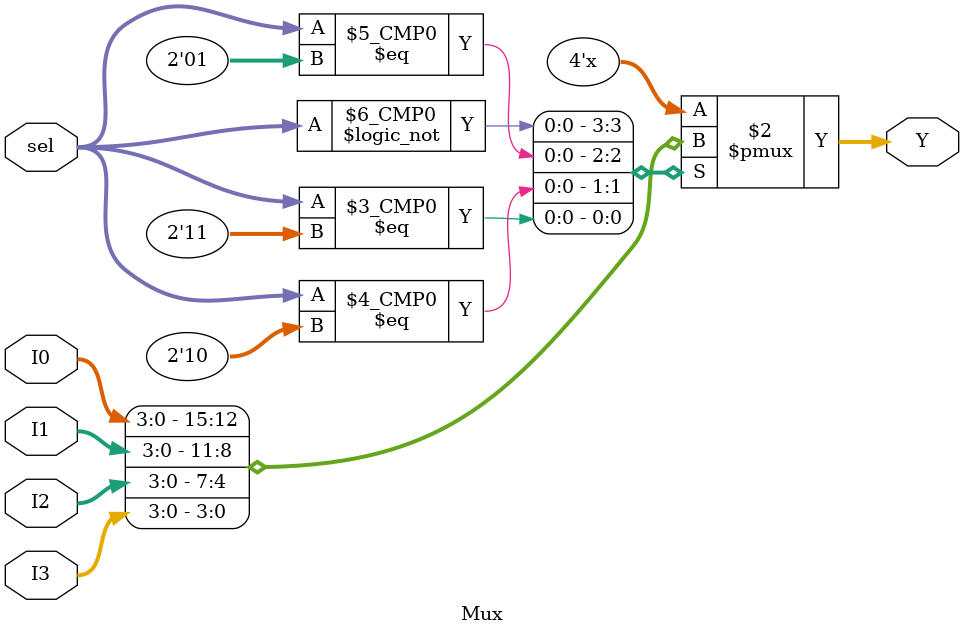
<source format=v>
`timescale 1ns / 1ps


module Mux(

input [3:0] I0, I1, I2, I3,
input[1:0] sel,
output reg[3:0] Y

    );
    
    always@(*) begin
    case(sel)
    4'b00: Y<=I0;
    4'b01: Y<=I1;
    4'b10: Y<=I2;
    4'b11: Y<=I3;
    endcase
    end
    
endmodule

</source>
